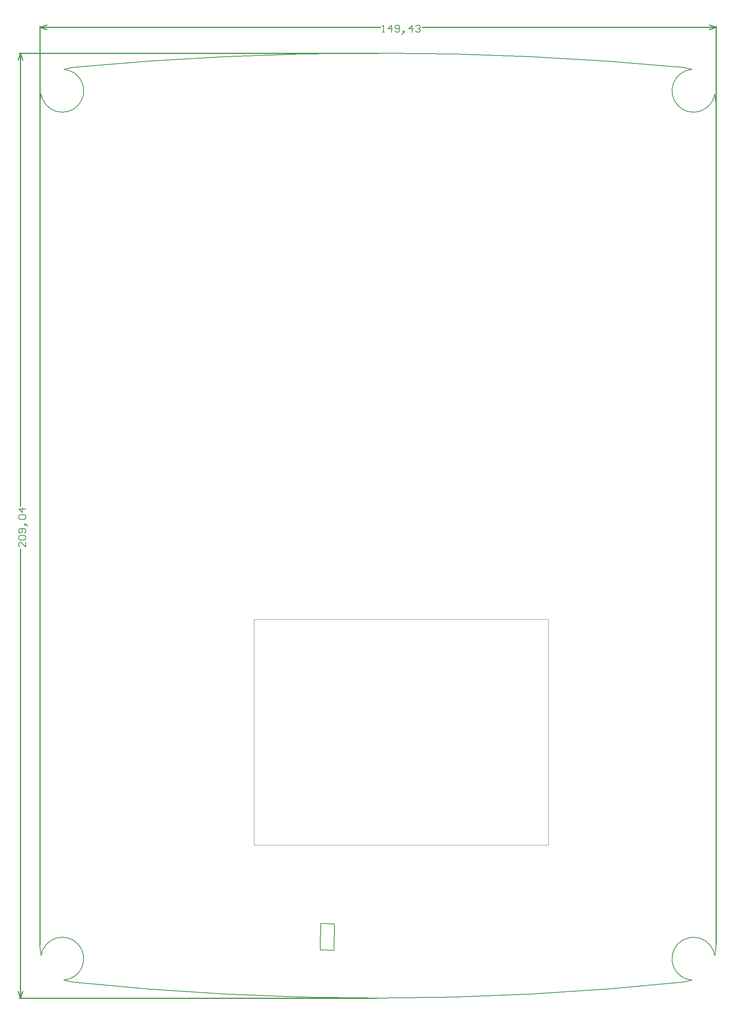
<source format=gm1>
G04*
G04 #@! TF.GenerationSoftware,Altium Limited,Altium Designer,19.0.11 (319)*
G04*
G04 Layer_Color=16711935*
%FSLAX44Y44*%
%MOMM*%
G71*
G01*
G75*
%ADD10C,0.2540*%
%ADD13C,0.1000*%
%ADD15C,0.1270*%
%ADD132C,0.1524*%
D10*
X739642Y1519720D02*
X754882Y1524800D01*
X739642Y1529880D02*
X754882Y1524800D01*
X-739408D02*
X-724168Y1529880D01*
X-739408Y1524800D02*
X-724168Y1519720D01*
X105407Y1524800D02*
X754882D01*
X-739408D02*
X13486D01*
X754882Y-504563D02*
Y1527340D01*
X-739408Y-504442D02*
Y1527340D01*
X-782450Y1467550D02*
X-777370Y1452310D01*
X-787530D02*
X-782450Y1467550D01*
X-787530Y-607646D02*
X-782450Y-622887D01*
X-777370Y-607646D01*
X-782450Y465498D02*
Y1467550D01*
Y-622887D02*
Y371038D01*
X-784990Y1467550D02*
X7550D01*
X-784990Y-622887D02*
X4561D01*
D13*
X384000Y-284500D02*
Y215500D01*
X-266240Y-284500D02*
X384000D01*
X-266240D02*
Y215500D01*
X384000D01*
D15*
X754882Y1356243D02*
G03*
X752173Y1376966I-181893J-13234D01*
G01*
X701967Y1431645D02*
G03*
X752173Y1376966I3270J-47387D01*
G01*
X-736707Y1377011D02*
G03*
X-739408Y1356133I86513J-21805D01*
G01*
X-736707Y1377011D02*
G03*
X-686449Y1431642I46944J7247D01*
G01*
X-667674Y1435928D02*
G03*
X-686449Y1431642I10871J-90870D01*
G01*
X752181Y-528495D02*
G03*
X754882Y-507738I-58248J18135D01*
G01*
X683039Y-587423D02*
G03*
X701923Y-583126I-37161J206943D01*
G01*
X683039Y1435940D02*
G03*
X-667674Y1435928I-675297J-7169837D01*
G01*
X-686493Y-583129D02*
G03*
X-736700Y-528450I-3271J47387D01*
G01*
X701967Y1431645D02*
G03*
X683039Y1435940I-25992J-70705D01*
G01*
X-686493Y-583129D02*
G03*
X-667686Y-587411I27322J76557D01*
G01*
X-739408Y-507617D02*
G03*
X-736700Y-528450I91883J1349D01*
G01*
X-667686Y-587411D02*
G03*
X683039Y-587423I675421J6411930D01*
G01*
X752181Y-528495D02*
G03*
X701923Y-583126I-46943J-7247D01*
G01*
X-119798Y-516584D02*
X-118575Y-458177D01*
X-119798Y-516584D02*
X-89325Y-517223D01*
X-88102Y-458816D01*
X-118575Y-458177D02*
X-88102Y-458816D01*
X754882Y1356243D02*
X754882Y-507738D01*
X-739408Y-507617D02*
X-739408Y1356133D01*
D132*
X17550Y1513800D02*
X22628D01*
X20089D01*
Y1529035D01*
X17550Y1526496D01*
X37863Y1513800D02*
Y1529035D01*
X30246Y1521418D01*
X40403D01*
X45481Y1516339D02*
X48020Y1513800D01*
X53099D01*
X55638Y1516339D01*
Y1526496D01*
X53099Y1529035D01*
X48020D01*
X45481Y1526496D01*
Y1523957D01*
X48020Y1521418D01*
X55638D01*
X63255Y1511261D02*
X65794Y1513800D01*
Y1516339D01*
X63255D01*
Y1513800D01*
X65794D01*
X63255Y1511261D01*
X60716Y1508722D01*
X83569Y1513800D02*
Y1529035D01*
X75951Y1521418D01*
X86108D01*
X91186Y1526496D02*
X93725Y1529035D01*
X98804D01*
X101343Y1526496D01*
Y1523957D01*
X98804Y1521418D01*
X96265D01*
X98804D01*
X101343Y1518878D01*
Y1516339D01*
X98804Y1513800D01*
X93725D01*
X91186Y1516339D01*
X-770769Y385258D02*
Y375102D01*
X-780926Y385258D01*
X-783465D01*
X-786004Y382719D01*
Y377641D01*
X-783465Y375102D01*
Y390337D02*
X-786004Y392876D01*
Y397954D01*
X-783465Y400494D01*
X-773308D01*
X-770769Y397954D01*
Y392876D01*
X-773308Y390337D01*
X-783465D01*
X-773308Y405572D02*
X-770769Y408111D01*
Y413189D01*
X-773308Y415729D01*
X-783465D01*
X-786004Y413189D01*
Y408111D01*
X-783465Y405572D01*
X-780926D01*
X-778387Y408111D01*
Y415729D01*
X-768230Y423346D02*
X-770769Y425885D01*
X-773308D01*
Y423346D01*
X-770769D01*
Y425885D01*
X-768230Y423346D01*
X-765691Y420807D01*
X-783465Y436042D02*
X-786004Y438581D01*
Y443660D01*
X-783465Y446199D01*
X-773308D01*
X-770769Y443660D01*
Y438581D01*
X-773308Y436042D01*
X-783465D01*
X-770769Y458895D02*
X-786004D01*
X-778387Y451277D01*
Y461434D01*
M02*

</source>
